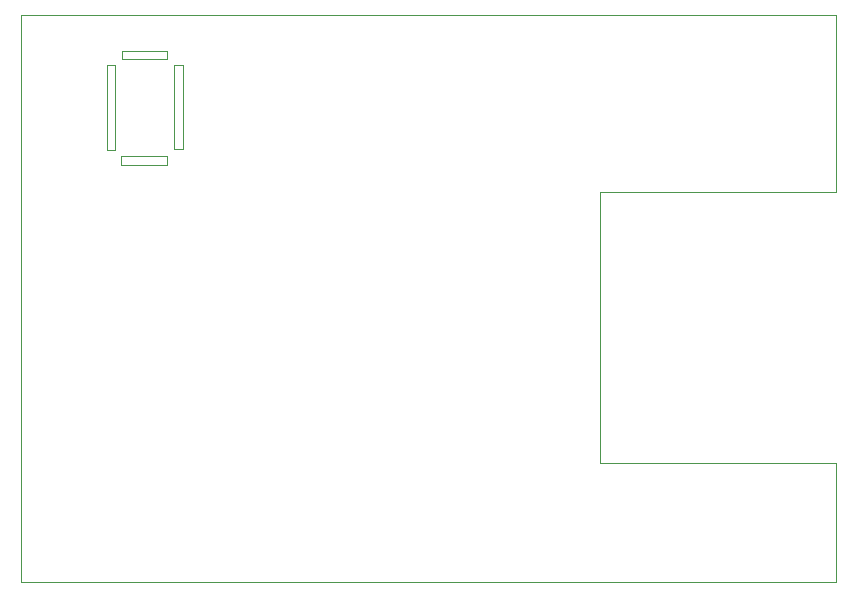
<source format=gbr>
G04 #@! TF.GenerationSoftware,KiCad,Pcbnew,5.1.5*
G04 #@! TF.CreationDate,2020-03-05T23:31:40-08:00*
G04 #@! TF.ProjectId,orangepi-neo-gps,6f72616e-6765-4706-992d-6e656f2d6770,rev?*
G04 #@! TF.SameCoordinates,Original*
G04 #@! TF.FileFunction,Profile,NP*
%FSLAX46Y46*%
G04 Gerber Fmt 4.6, Leading zero omitted, Abs format (unit mm)*
G04 Created by KiCad (PCBNEW 5.1.5) date 2020-03-05 23:31:40*
%MOMM*%
%LPD*%
G04 APERTURE LIST*
%ADD10C,0.050000*%
G04 APERTURE END LIST*
D10*
X33500000Y-37700000D02*
X33500000Y-37000000D01*
X37400000Y-37700000D02*
X37400000Y-37000000D01*
X37400000Y-37700000D02*
X33500000Y-37700000D01*
X38000000Y-36400000D02*
X38700000Y-36400000D01*
X38000000Y-29300000D02*
X38700000Y-29300000D01*
X38700000Y-29300000D02*
X38700000Y-36400000D01*
X33600000Y-28050000D02*
X37400000Y-28050000D01*
X37400000Y-28050000D02*
X37400000Y-28750000D01*
X33600000Y-28750000D02*
X33600000Y-28050000D01*
X32300000Y-36500000D02*
X32300000Y-29300000D01*
X33000000Y-29300000D02*
X32300000Y-29300000D01*
X33000000Y-36500000D02*
X32300000Y-36500000D01*
X38000000Y-36400000D02*
X38000000Y-29300000D01*
X74012000Y-63000000D02*
X94012000Y-63000000D01*
X74012000Y-40000000D02*
X74012000Y-63000000D01*
X94012000Y-40000000D02*
X74012000Y-40000000D01*
X94012000Y-40000000D02*
X94012000Y-25000000D01*
X94012000Y-73000000D02*
X94012000Y-63000000D01*
X33500000Y-37000000D02*
X37400000Y-37000000D01*
X33000000Y-29300000D02*
X33000000Y-36500000D01*
X37400000Y-28750000D02*
X33600000Y-28750000D01*
X25000000Y-73000000D02*
X94012000Y-73000000D01*
X25000000Y-25000000D02*
X25000000Y-73000000D01*
X25000000Y-25000000D02*
X94012000Y-25000000D01*
M02*

</source>
